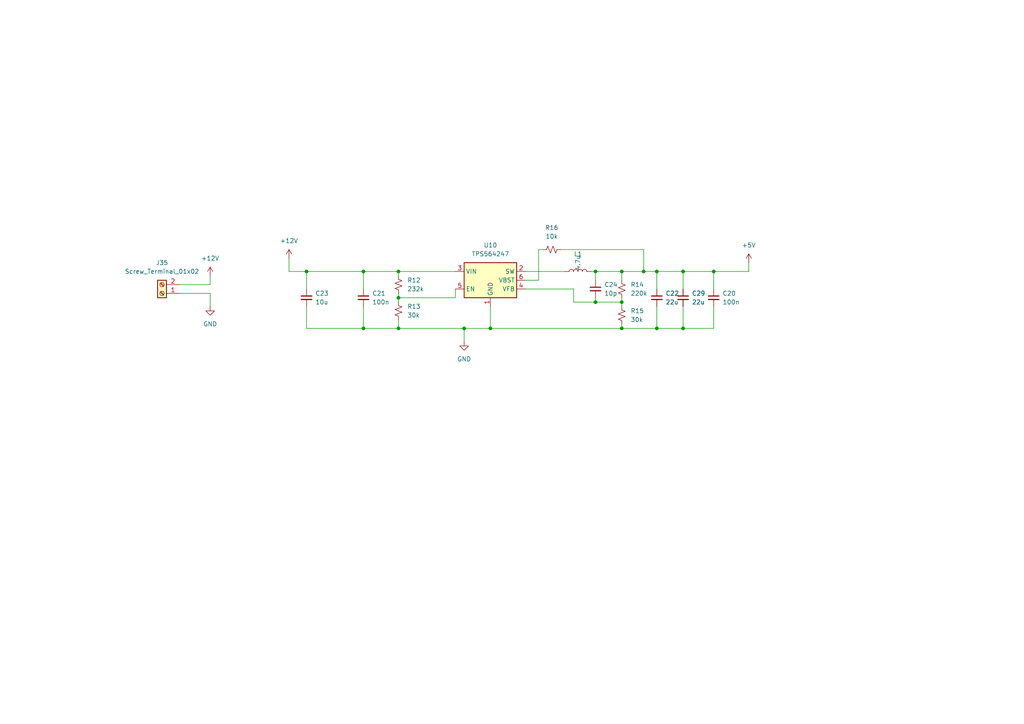
<source format=kicad_sch>
(kicad_sch (version 20230121) (generator eeschema)
  (paper "A4")
  (lib_symbols
    (symbol "Connector:Screw_Terminal_01x02" (pin_names (offset 1.016) hide)
      (property "Reference" "J" (at 0 2.54 0))
      (property "Value" "Screw_Terminal_01x02" (at 0 -5.08 0))
      (symbol "Screw_Terminal_01x02_1_1"
        (rectangle (start -1.27 1.27) (end 1.27 -3.81) (stroke (width 0.254)) (fill (type background)))
        (circle (center 0 -2.54) (radius 0.635) (stroke (width 0.1524)))
        (polyline (pts (xy -0.5334 -2.2098) (xy 0.3302 -3.048)) (stroke (width 0.1524)))
        (polyline (pts (xy -0.5334 0.3302) (xy 0.3302 -0.508)) (stroke (width 0.1524)))
        (polyline (pts (xy -0.3556 -2.032) (xy 0.508 -2.8702)) (stroke (width 0.1524)))
        (polyline (pts (xy -0.3556 0.508) (xy 0.508 -0.3302)) (stroke (width 0.1524)))
        (circle (center 0 0) (radius 0.635) (stroke (width 0.1524)))
        (pin passive line (at -5.08 0 0) (length 3.81) (name "Pin_1") (number "1"))
        (pin passive line (at -5.08 -2.54 0) (length 3.81) (name "Pin_2") (number "2"))
      )
    )
    (symbol "Device:C_Small" (pin_numbers hide) (pin_names (offset 0.254) hide)
      (property "Reference" "C" (at 0.254 1.778 0))
      (property "Value" "C_Small" (at 0.254 -2.032 0))
      (symbol "C_Small_0_1"
        (polyline (pts (xy -1.524 -0.508) (xy 1.524 -0.508)) (stroke (width 0.3302)))
        (polyline (pts (xy -1.524 0.508) (xy 1.524 0.508)) (stroke (width 0.3048)))
      )
      (symbol "C_Small_1_1"
        (pin passive line (at 0 2.54 270) (length 2.032) (name "~") (number "1"))
        (pin passive line (at 0 -2.54 90) (length 2.032) (name "~") (number "2"))
      )
    )
    (symbol "Device:L" (pin_numbers hide) (pin_names (offset 1.016) hide)
      (property "Reference" "L" (at -1.27 0 90))
      (property "Value" "L" (at 1.905 0 90))
      (symbol "L_0_1"
        (arc (start 0 -2.54) (mid 0.6323 -1.905) (end 0 -1.27))
        (arc (start 0 -1.27) (mid 0.6323 -0.635) (end 0 0))
        (arc (start 0 0) (mid 0.6323 0.635) (end 0 1.27))
        (arc (start 0 1.27) (mid 0.6323 1.905) (end 0 2.54))
      )
      (symbol "L_1_1"
        (pin passive line (at 0 3.81 270) (length 1.27) (name "1") (number "1"))
        (pin passive line (at 0 -3.81 90) (length 1.27) (name "2") (number "2"))
      )
    )
    (symbol "Device:R_Small_US" (pin_numbers hide) (pin_names (offset 0.254) hide)
      (property "Reference" "R" (at 0.762 0.508 0))
      (property "Value" "R_Small_US" (at 0.762 -1.016 0))
      (symbol "R_Small_US_1_1"
        (polyline (pts (xy 0 0) (xy 1.016 -0.381) (xy 0 -0.762) (xy -1.016 -1.143) (xy 0 -1.524)))
        (polyline (pts (xy 0 1.524) (xy 1.016 1.143) (xy 0 0.762) (xy -1.016 0.381) (xy 0 0)))
        (pin passive line (at 0 2.54 270) (length 1.016) (name "~") (number "1"))
        (pin passive line (at 0 -2.54 90) (length 1.016) (name "~") (number "2"))
      )
    )
    (symbol "Regulator_Switching:TPS563200"
      (property "Reference" "U" (at -7.62 6.35 0))
      (property "Value" "TPS563200" (at -2.54 6.35 0))
      (symbol "TPS563200_0_1"
        (rectangle (start -7.62 5.08) (end 7.62 -5.08) (stroke (width 0.254)) (fill (type background)))
      )
      (symbol "TPS563200_1_1"
        (pin power_in line (at 0 -7.62 90) (length 2.54) (name "GND") (number "1"))
        (pin output line (at 10.16 2.54 180) (length 2.54) (name "SW") (number "2"))
        (pin power_in line (at -10.16 2.54 0) (length 2.54) (name "VIN") (number "3"))
        (pin input line (at 10.16 -2.54 180) (length 2.54) (name "VFB") (number "4"))
        (pin input line (at -10.16 -2.54 0) (length 2.54) (name "EN") (number "5"))
        (pin passive line (at 10.16 0 180) (length 2.54) (name "VBST") (number "6"))
      )
    )
    (symbol "power:+12V" (power) (pin_names (offset 0))
      (property "Value" "+12V" (at 0 3.556 0))
      (symbol "+12V_0_1"
        (polyline (pts (xy -0.762 1.27) (xy 0 2.54)))
        (polyline (pts (xy 0 0) (xy 0 2.54)))
        (polyline (pts (xy 0 2.54) (xy 0.762 1.27)))
      )
      (symbol "+12V_1_1"
        (pin power_in line (at 0 0 90) (length 0) hide (name "+12V") (number "1"))
      )
    )
    (symbol "power:+5V" (power) (pin_names (offset 0))
      (property "Value" "+5V" (at 0 3.556 0))
      (symbol "+5V_0_1"
        (polyline (pts (xy -0.762 1.27) (xy 0 2.54)))
        (polyline (pts (xy 0 0) (xy 0 2.54)))
        (polyline (pts (xy 0 2.54) (xy 0.762 1.27)))
      )
      (symbol "+5V_1_1"
        (pin power_in line (at 0 0 90) (length 0) hide (name "+5V") (number "1"))
      )
    )
    (symbol "power:GND" (power) (pin_names (offset 0))
      (property "Value" "GND" (at 0 -3.81 0))
      (symbol "GND_0_1"
        (polyline (pts (xy 0 0) (xy 0 -1.27) (xy 1.27 -1.27) (xy 0 -2.54) (xy -1.27 -1.27) (xy 0 -1.27)))
      )
      (symbol "GND_1_1"
        (pin power_in line (at 0 0 270) (length 0) hide (name "GND") (number "1"))
      )
    )
  )
  (junction (at 180.34 87.63))
  (junction (at 115.57 95.25))
  (junction (at 105.41 95.25))
  (junction (at 172.72 78.74))
  (junction (at 105.41 78.74))
  (junction (at 198.12 78.74))
  (junction (at 207.01 78.74))
  (junction (at 190.5 78.74))
  (junction (at 190.5 95.25))
  (junction (at 198.12 95.25))
  (junction (at 142.24 95.25))
  (junction (at 134.62 95.25))
  (junction (at 172.72 87.63))
  (junction (at 186.69 78.74))
  (junction (at 180.34 95.25))
  (junction (at 88.9 78.74))
  (junction (at 180.34 78.74))
  (junction (at 115.57 78.74))
  (junction (at 115.57 86.36))
  (wire (pts (xy 207.01 88.9) (xy 207.01 95.25)))
  (wire (pts (xy 152.4 78.74) (xy 163.83 78.74)))
  (wire (pts (xy 207.01 78.74) (xy 217.17 78.74)))
  (wire (pts (xy 52.07 82.55) (xy 60.96 82.55)))
  (wire (pts (xy 198.12 78.74) (xy 207.01 78.74)))
  (wire (pts (xy 198.12 78.74) (xy 198.12 83.82)))
  (wire (pts (xy 190.5 78.74) (xy 190.5 83.82)))
  (wire (pts (xy 88.9 78.74) (xy 105.41 78.74)))
  (wire (pts (xy 134.62 95.25) (xy 142.24 95.25)))
  (wire (pts (xy 88.9 88.9) (xy 88.9 95.25)))
  (wire (pts (xy 115.57 78.74) (xy 132.08 78.74)))
  (wire (pts (xy 190.5 78.74) (xy 186.69 78.74)))
  (wire (pts (xy 105.41 78.74) (xy 115.57 78.74)))
  (wire (pts (xy 190.5 95.25) (xy 198.12 95.25)))
  (wire (pts (xy 60.96 80.01) (xy 60.96 82.55)))
  (wire (pts (xy 115.57 78.74) (xy 115.57 80.01)))
  (wire (pts (xy 172.72 86.36) (xy 172.72 87.63)))
  (wire (pts (xy 156.21 81.28) (xy 156.21 72.39)))
  (wire (pts (xy 132.08 83.82) (xy 132.08 86.36)))
  (wire (pts (xy 152.4 83.82) (xy 166.37 83.82)))
  (wire (pts (xy 166.37 83.82) (xy 166.37 87.63)))
  (wire (pts (xy 180.34 95.25) (xy 190.5 95.25)))
  (wire (pts (xy 83.82 74.93) (xy 83.82 78.74)))
  (wire (pts (xy 198.12 95.25) (xy 207.01 95.25)))
  (wire (pts (xy 166.37 87.63) (xy 172.72 87.63)))
  (wire (pts (xy 172.72 78.74) (xy 172.72 81.28)))
  (wire (pts (xy 105.41 78.74) (xy 105.41 83.82)))
  (wire (pts (xy 186.69 72.39) (xy 186.69 78.74)))
  (wire (pts (xy 60.96 85.09) (xy 60.96 88.9)))
  (wire (pts (xy 115.57 95.25) (xy 134.62 95.25)))
  (wire (pts (xy 142.24 88.9) (xy 142.24 95.25)))
  (wire (pts (xy 115.57 86.36) (xy 132.08 86.36)))
  (wire (pts (xy 83.82 78.74) (xy 88.9 78.74)))
  (wire (pts (xy 180.34 93.98) (xy 180.34 95.25)))
  (wire (pts (xy 186.69 78.74) (xy 180.34 78.74)))
  (wire (pts (xy 217.17 78.74) (xy 217.17 76.2)))
  (wire (pts (xy 88.9 78.74) (xy 88.9 83.82)))
  (wire (pts (xy 105.41 95.25) (xy 115.57 95.25)))
  (wire (pts (xy 152.4 81.28) (xy 156.21 81.28)))
  (wire (pts (xy 105.41 88.9) (xy 105.41 95.25)))
  (wire (pts (xy 88.9 95.25) (xy 105.41 95.25)))
  (wire (pts (xy 156.21 72.39) (xy 157.48 72.39)))
  (wire (pts (xy 115.57 85.09) (xy 115.57 86.36)))
  (wire (pts (xy 207.01 83.82) (xy 207.01 78.74)))
  (wire (pts (xy 180.34 86.36) (xy 180.34 87.63)))
  (wire (pts (xy 134.62 95.25) (xy 134.62 99.06)))
  (wire (pts (xy 198.12 88.9) (xy 198.12 95.25)))
  (wire (pts (xy 52.07 85.09) (xy 60.96 85.09)))
  (wire (pts (xy 172.72 78.74) (xy 180.34 78.74)))
  (wire (pts (xy 142.24 95.25) (xy 180.34 95.25)))
  (wire (pts (xy 171.45 78.74) (xy 172.72 78.74)))
  (wire (pts (xy 162.56 72.39) (xy 186.69 72.39)))
  (wire (pts (xy 190.5 88.9) (xy 190.5 95.25)))
  (wire (pts (xy 115.57 92.71) (xy 115.57 95.25)))
  (wire (pts (xy 180.34 78.74) (xy 180.34 81.28)))
  (wire (pts (xy 172.72 87.63) (xy 180.34 87.63)))
  (wire (pts (xy 198.12 78.74) (xy 190.5 78.74)))
  (wire (pts (xy 115.57 86.36) (xy 115.57 87.63)))
  (wire (pts (xy 180.34 87.63) (xy 180.34 88.9)))
  (symbol (lib_id "Device:C_Small") (at 190.5 86.36 0) (unit 1)
    (property "Reference" "C22" (at 193.04 85.0963 0) (effects (justify left)))
    (property "Value" "22u" (at 193.04 87.6363 0) (effects (justify left)))
    (property "Footprint" "Capacitor_SMD:C_0805_2012Metric_Pad1.18x1.45mm_HandSolder" (effects hide))
    (property "Datasheet" "https://wmsc.lcsc.com/wmsc/upload/file/pdf/v2/lcsc/2208181800_FOJAN-FCC0805X226M100FT_C5137600.pdf" (effects hide))
  )
  (symbol (lib_id "Device:C_Small") (at 207.01 86.36 0) (unit 1)
    (property "Reference" "C20" (at 209.55 85.0963 0) (effects (justify left)))
    (property "Value" "100n" (at 209.55 87.6363 0) (effects (justify left)))
    (property "Footprint" "Capacitor_SMD:C_1206_3216Metric_Pad1.33x1.80mm_HandSolder" (effects hide))
    (property "Datasheet" "https://wmsc.lcsc.com/wmsc/upload/file/pdf/v2/lcsc/2208181800_FOJAN-FCC1206B104K500DT_C5137631.pdf" (effects hide))
  )
  (symbol (lib_id "Connector:Screw_Terminal_01x02") (at 46.99 85.09 180) (unit 1)
    (property "Reference" "J35" (at 46.99 76.2 0))
    (property "Value" "Screw_Terminal_01x02" (at 46.99 78.74 0))
    (property "Footprint" "TerminalBlock_RND:TerminalBlock_RND_205-00001_1x02_P5.00mm_Horizontal" (effects hide))
  )
  (symbol (lib_id "Device:C_Small") (at 105.41 86.36 0) (unit 1)
    (property "Reference" "C21" (at 107.95 85.0963 0) (effects (justify left)))
    (property "Value" "100n" (at 107.95 87.6363 0) (effects (justify left)))
    (property "Footprint" "Capacitor_SMD:C_1206_3216Metric_Pad1.33x1.80mm_HandSolder" (effects hide))
    (property "Datasheet" "https://wmsc.lcsc.com/wmsc/upload/file/pdf/v2/lcsc/2208181800_FOJAN-FCC1206B104K500DT_C5137631.pdf" (effects hide))
  )
  (symbol (lib_id "Device:R_Small_US") (at 160.02 72.39 270) (unit 1)
    (property "Reference" "R16" (at 160.02 66.04 90))
    (property "Value" "10k" (at 160.02 68.58 90))
    (property "Footprint" "Resistor_SMD:R_0805_2012Metric_Pad1.20x1.40mm_HandSolder" (effects hide))
    (property "Datasheet" "https://wmsc.lcsc.com/wmsc/upload/file/pdf/v2/lcsc/2304140030_FH--Guangdong-Fenghua-Advanced-Tech-TD05H3002DT_C343950.pdf" (effects hide))
  )
  (symbol (lib_id "Device:C_Small") (at 88.9 86.36 0) (unit 1)
    (property "Reference" "C23" (at 91.44 85.0963 0) (effects (justify left)))
    (property "Value" "10u" (at 91.44 87.6363 0) (effects (justify left)))
    (property "Footprint" "Capacitor_SMD:C_1206_3216Metric_Pad1.33x1.80mm_HandSolder" (effects hide))
    (property "Datasheet" "https://wmsc.lcsc.com/wmsc/upload/file/pdf/v2/lcsc/1810171714_Taiyo-Yuden-TMK316BJ106ML-T_C311699.pdf" (effects hide))
  )
  (symbol (lib_id "power:+12V") (at 83.82 74.93 0) (unit 1)
    (property "Reference" "#PWR0101" (effects hide))
    (property "Value" "+12V" (at 83.82 69.85 0))
  )
  (symbol (lib_id "Regulator_Switching:TPS563200") (at 142.24 81.28 0) (unit 1)
    (property "Reference" "U10" (at 142.24 71.12 0))
    (property "Value" "TPS564247" (at 142.24 73.66 0))
    (property "Footprint" "Package_TO_SOT_SMD:SOT-23-6" (effects hide))
    (property "Datasheet" "https://www.ti.com/lit/ds/symlink/tps564252.pdf?ts=1695219253429&ref_url=https%253A%252F%252Fwww.ti.com%252Fsitesearch%252Fen-us%252Fdocs%252Funiversalsearch.tsp%253FlangPref%253Den-US%2526searchTerm%253DTPS564252DRLR%2526nr%253D8" (effects hide))
    (property "Sim.Enable" "0" (effects hide))
  )
  (symbol (lib_id "Device:C_Small") (at 172.72 83.82 0) (unit 1)
    (property "Reference" "C24" (at 175.26 82.5563 0) (effects (justify left)))
    (property "Value" "10p" (at 175.26 85.0963 0) (effects (justify left)))
    (property "Footprint" "Capacitor_SMD:C_0201_0603Metric_Pad0.64x0.40mm_HandSolder" (effects hide))
    (property "Datasheet" "https://wmsc.lcsc.com/wmsc/upload/file/pdf/v2/lcsc/1808291131_Guangdong-TOPAZ-Elec-Tech-0603B104K500CT_C167026.pdf" (effects hide))
  )
  (symbol (lib_id "power:+12V") (at 60.96 80.01 0) (unit 1)
    (property "Reference" "#PWR021" (effects hide))
    (property "Value" "+12V" (at 60.96 74.93 0))
  )
  (symbol (lib_id "Device:L") (at 167.64 78.74 90) (unit 1)
    (property "Reference" "L1" (at 167.64 73.66 90))
    (property "Value" "4.7u" (at 167.64 76.2 0))
    (property "Footprint" "Inductor_SMD:L_Bourns_SRP7028A_7.3x6.6mm" (effects hide))
    (property "Datasheet" "https://wmsc.lcsc.com/wmsc/upload/file/pdf/v2/lcsc/2304140030_BOURNS-SDR1307A-4R7M_C2050835.pdf" (effects hide))
  )
  (symbol (lib_id "power:GND") (at 60.96 88.9 0) (unit 1)
    (property "Reference" "#PWR022" (effects hide))
    (property "Value" "GND" (at 60.96 93.98 0))
  )
  (symbol (lib_id "power:+5V") (at 217.17 76.2 0) (unit 1)
    (property "Reference" "#PWR0103" (effects hide))
    (property "Value" "+5V" (at 217.17 71.12 0))
  )
  (symbol (lib_id "Device:R_Small_US") (at 115.57 82.55 0) (unit 1)
    (property "Reference" "R12" (at 118.11 81.28 0) (effects (justify left)))
    (property "Value" "232k" (at 118.11 83.82 0) (effects (justify left)))
    (property "Footprint" "Resistor_SMD:R_0805_2012Metric_Pad1.20x1.40mm_HandSolder" (effects hide))
    (property "Datasheet" "https://wmsc.lcsc.com/wmsc/upload/file/pdf/v2/lcsc/2304140030_FH--Guangdong-Fenghua-Advanced-Tech-RS-05K2323FT_C322367.pdf" (effects hide))
  )
  (symbol (lib_id "Device:R_Small_US") (at 180.34 83.82 0) (unit 1)
    (property "Reference" "R14" (at 182.88 82.55 0) (effects (justify left)))
    (property "Value" "220k" (at 182.88 85.09 0) (effects (justify left)))
    (property "Footprint" "Resistor_SMD:R_0805_2012Metric_Pad1.20x1.40mm_HandSolder" (effects hide))
    (property "Datasheet" "https://wmsc.lcsc.com/wmsc/upload/file/pdf/v2/lcsc/2308241947_FOJAN-FRC0805F2203TS_C2907242.pdf" (effects hide))
  )
  (symbol (lib_id "Device:C_Small") (at 198.12 86.36 0) (unit 1)
    (property "Reference" "C29" (at 200.66 85.0963 0) (effects (justify left)))
    (property "Value" "22u" (at 200.66 87.6363 0) (effects (justify left)))
    (property "Footprint" "Capacitor_SMD:C_0805_2012Metric_Pad1.18x1.45mm_HandSolder" (effects hide))
    (property "Datasheet" "https://wmsc.lcsc.com/wmsc/upload/file/pdf/v2/lcsc/2208181800_FOJAN-FCC0805X226M100FT_C5137600.pdf" (effects hide))
  )
  (symbol (lib_id "Device:R_Small_US") (at 115.57 90.17 0) (unit 1)
    (property "Reference" "R13" (at 118.11 88.9 0) (effects (justify left)))
    (property "Value" "30k" (at 118.11 91.44 0) (effects (justify left)))
    (property "Footprint" "Resistor_SMD:R_0805_2012Metric_Pad1.20x1.40mm_HandSolder" (effects hide))
    (property "Datasheet" "https://wmsc.lcsc.com/wmsc/upload/file/pdf/v2/lcsc/2304140030_FH--Guangdong-Fenghua-Advanced-Tech-TD05H3002DT_C343950.pdf" (effects hide))
  )
  (symbol (lib_id "power:GND") (at 134.62 99.06 0) (unit 1)
    (property "Reference" "#PWR0102" (effects hide))
    (property "Value" "GND" (at 134.62 104.14 0))
  )
  (symbol (lib_id "Device:R_Small_US") (at 180.34 91.44 180) (unit 1)
    (property "Reference" "R15" (at 182.88 90.17 0) (effects (justify right)))
    (property "Value" "30k" (at 182.88 92.71 0) (effects (justify right)))
    (property "Footprint" "Resistor_SMD:R_0805_2012Metric_Pad1.20x1.40mm_HandSolder" (effects hide))
    (property "Datasheet" "https://wmsc.lcsc.com/wmsc/upload/file/pdf/v2/lcsc/2304140030_FH--Guangdong-Fenghua-Advanced-Tech-TD05H3002DT_C343950.pdf" (effects hide))
  )
)
</source>
